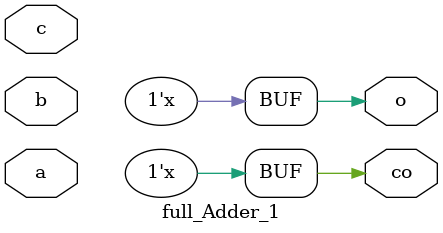
<source format=v>
`timescale 1ns / 1ps
module full_Adder_1(
    input a,
    input b,
    input c,
    output reg o,
    output reg co
    );
	 
	 reg [1:0] sum;
	 
	 always @(*) begin
		sum <= a+b+c;
		o <= sum[0];
		co <= sum[1];
	 end
	 
endmodule

</source>
